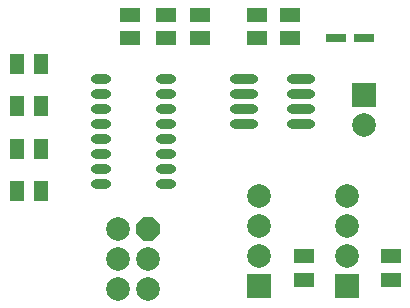
<source format=gts>
%FSLAX44Y44*%
%MOMM*%
G71*
G01*
G75*
G04 Layer_Color=8388736*
%ADD10O,2.4032X0.8032*%
%ADD11R,1.6532X0.7532*%
%ADD12R,1.7032X1.3032*%
%ADD13O,1.7032X0.8032*%
%ADD14R,1.3032X1.7032*%
%ADD15R,2.0032X2.0032*%
%ADD16C,2.0032*%
%ADD17P,2.1683X8X292.5*%
D10*
X793620Y934720D02*
D03*
Y947420D02*
D03*
Y960120D02*
D03*
Y972820D02*
D03*
X745620Y934720D02*
D03*
Y947420D02*
D03*
Y960120D02*
D03*
Y972820D02*
D03*
D11*
X823910Y1007110D02*
D03*
X847410D02*
D03*
D12*
X708660Y1027270D02*
D03*
Y1007270D02*
D03*
X679450Y1027270D02*
D03*
Y1007270D02*
D03*
X756920Y1027270D02*
D03*
Y1007270D02*
D03*
X784860Y1027270D02*
D03*
Y1007270D02*
D03*
X648970D02*
D03*
Y1027270D02*
D03*
X869950Y802800D02*
D03*
Y822800D02*
D03*
X796290Y802800D02*
D03*
Y822800D02*
D03*
D13*
X679840Y883920D02*
D03*
Y896620D02*
D03*
Y909320D02*
D03*
Y922020D02*
D03*
Y934720D02*
D03*
Y947420D02*
D03*
Y960120D02*
D03*
Y972820D02*
D03*
X624840Y883920D02*
D03*
Y896620D02*
D03*
Y909320D02*
D03*
Y922020D02*
D03*
Y934720D02*
D03*
Y947420D02*
D03*
Y960120D02*
D03*
Y972820D02*
D03*
D14*
X573880Y949537D02*
D03*
X553880D02*
D03*
X573880Y985520D02*
D03*
X553880D02*
D03*
Y913553D02*
D03*
X573880D02*
D03*
Y877570D02*
D03*
X553880D02*
D03*
D15*
X847090Y958850D02*
D03*
X758190Y797560D02*
D03*
X833120D02*
D03*
D16*
X847090Y933450D02*
D03*
X664210Y820420D02*
D03*
Y795020D02*
D03*
X638810Y845820D02*
D03*
Y820420D02*
D03*
Y795020D02*
D03*
X758190Y873760D02*
D03*
Y848360D02*
D03*
Y822960D02*
D03*
X833120Y873760D02*
D03*
Y848360D02*
D03*
Y822960D02*
D03*
D17*
X664210Y845820D02*
D03*
M02*

</source>
